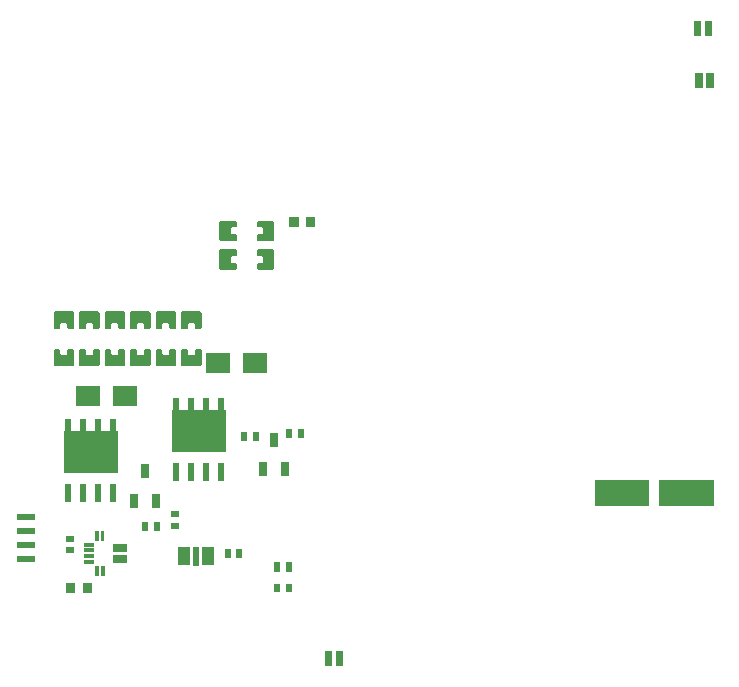
<source format=gtp>
G04 Layer: TopPasteMaskLayer*
G04 EasyEDA v6.4.25, 2021-09-19T11:37:02+02:00*
G04 64e9d69745c74d7bbaee3c671462624f,10*
G04 Gerber Generator version 0.2*
G04 Scale: 100 percent, Rotated: No, Reflected: No *
G04 Dimensions in inches *
G04 leading zeros omitted , absolute positions ,3 integer and 6 decimal *
%FSLAX36Y36*%
%MOIN*%

%ADD20R,0.0197X0.0315*%
%ADD21R,0.0315X0.0197*%
%ADD25R,0.0591X0.0197*%
%ADD26R,0.0807X0.0650*%
%ADD27R,0.0394X0.0610*%
%ADD28R,0.0118X0.0335*%
%ADD29R,0.0335X0.0118*%
%ADD30R,0.0500X0.0315*%
%ADD32R,0.0236X0.0630*%
%ADD33R,0.1811X0.1417*%
%ADD34R,0.0276X0.0492*%

%LPD*%
G36*
X-1290080Y461540D02*
G01*
X-1294019Y457600D01*
X-1294019Y407000D01*
X-1290080Y403080D01*
X-1229920Y403080D01*
X-1225980Y407000D01*
X-1225980Y457600D01*
X-1229920Y461540D01*
X-1244500Y461540D01*
X-1248440Y457600D01*
X-1248440Y445600D01*
X-1252380Y441659D01*
X-1267620Y441659D01*
X-1271560Y445600D01*
X-1271560Y457600D01*
X-1275500Y461540D01*
G37*
G36*
X-1290080Y586920D02*
G01*
X-1294019Y583000D01*
X-1294019Y532400D01*
X-1290080Y528460D01*
X-1275500Y528460D01*
X-1271560Y532400D01*
X-1271560Y544400D01*
X-1267620Y548340D01*
X-1252380Y548340D01*
X-1248440Y544400D01*
X-1248440Y532400D01*
X-1244500Y528460D01*
X-1229920Y528460D01*
X-1225980Y532400D01*
X-1225980Y583000D01*
X-1229920Y586920D01*
G37*
G36*
X-738160Y794020D02*
G01*
X-742099Y790080D01*
X-742099Y729920D01*
X-738160Y725980D01*
X-687580Y725980D01*
X-683640Y729920D01*
X-683640Y744500D01*
X-687580Y748439D01*
X-699580Y748439D01*
X-703520Y752380D01*
X-703520Y767620D01*
X-699580Y771560D01*
X-687580Y771560D01*
X-683640Y775500D01*
X-683640Y790080D01*
X-687580Y794020D01*
G37*
G36*
X-612760Y794020D02*
G01*
X-616700Y790080D01*
X-616700Y775500D01*
X-612760Y771560D01*
X-600760Y771560D01*
X-596820Y767620D01*
X-596820Y752380D01*
X-600760Y748439D01*
X-612760Y748439D01*
X-616700Y744500D01*
X-616700Y729920D01*
X-612760Y725980D01*
X-562180Y725980D01*
X-558240Y729920D01*
X-558240Y790080D01*
X-562180Y794020D01*
G37*
G36*
X-738160Y889020D02*
G01*
X-742099Y885080D01*
X-742099Y824920D01*
X-738160Y820980D01*
X-687580Y820980D01*
X-683640Y824920D01*
X-683640Y839500D01*
X-687580Y843439D01*
X-699580Y843439D01*
X-703520Y847380D01*
X-703520Y862620D01*
X-699580Y866560D01*
X-687580Y866560D01*
X-683640Y870500D01*
X-683640Y885080D01*
X-687580Y889020D01*
G37*
G36*
X-612760Y889020D02*
G01*
X-616700Y885080D01*
X-616700Y870500D01*
X-612760Y866560D01*
X-600760Y866560D01*
X-596820Y862620D01*
X-596820Y847380D01*
X-600760Y843439D01*
X-612760Y843439D01*
X-616700Y839500D01*
X-616700Y824920D01*
X-612760Y820980D01*
X-562180Y820980D01*
X-558240Y824920D01*
X-558240Y885080D01*
X-562180Y889020D01*
G37*
G36*
X-950080Y461540D02*
G01*
X-954020Y457600D01*
X-954020Y407000D01*
X-950080Y403080D01*
X-889920Y403080D01*
X-885980Y407000D01*
X-885980Y457600D01*
X-889920Y461540D01*
X-904500Y461540D01*
X-908439Y457600D01*
X-908439Y445600D01*
X-912380Y441659D01*
X-927620Y441659D01*
X-931560Y445600D01*
X-931560Y457600D01*
X-935500Y461540D01*
G37*
G36*
X-950080Y586920D02*
G01*
X-954020Y583000D01*
X-954020Y532400D01*
X-950080Y528460D01*
X-935500Y528460D01*
X-931560Y532400D01*
X-931560Y544400D01*
X-927620Y548340D01*
X-912380Y548340D01*
X-908439Y544400D01*
X-908439Y532400D01*
X-904500Y528460D01*
X-889920Y528460D01*
X-885980Y532400D01*
X-885980Y583000D01*
X-889920Y586920D01*
G37*
G36*
X-1035080Y461540D02*
G01*
X-1039020Y457600D01*
X-1039020Y407000D01*
X-1035080Y403080D01*
X-974920Y403080D01*
X-970980Y407000D01*
X-970980Y457600D01*
X-974920Y461540D01*
X-989500Y461540D01*
X-993439Y457600D01*
X-993439Y445600D01*
X-997380Y441659D01*
X-1012620Y441659D01*
X-1016560Y445600D01*
X-1016560Y457600D01*
X-1020500Y461540D01*
G37*
G36*
X-1035080Y586920D02*
G01*
X-1039020Y583000D01*
X-1039020Y532400D01*
X-1035080Y528460D01*
X-1020500Y528460D01*
X-1016560Y532400D01*
X-1016560Y544400D01*
X-1012620Y548340D01*
X-997380Y548340D01*
X-993439Y544400D01*
X-993439Y532400D01*
X-989500Y528460D01*
X-974920Y528460D01*
X-970980Y532400D01*
X-970980Y583000D01*
X-974920Y586920D01*
G37*
G36*
X-1120080Y461540D02*
G01*
X-1124020Y457600D01*
X-1124020Y407000D01*
X-1120080Y403080D01*
X-1059920Y403080D01*
X-1055980Y407000D01*
X-1055980Y457600D01*
X-1059920Y461540D01*
X-1074500Y461540D01*
X-1078440Y457600D01*
X-1078440Y445600D01*
X-1082380Y441659D01*
X-1097620Y441659D01*
X-1101560Y445600D01*
X-1101560Y457600D01*
X-1105500Y461540D01*
G37*
G36*
X-1120080Y586920D02*
G01*
X-1124020Y583000D01*
X-1124020Y532400D01*
X-1120080Y528460D01*
X-1105500Y528460D01*
X-1101560Y532400D01*
X-1101560Y544400D01*
X-1097620Y548340D01*
X-1082380Y548340D01*
X-1078440Y544400D01*
X-1078440Y532400D01*
X-1074500Y528460D01*
X-1059920Y528460D01*
X-1055980Y532400D01*
X-1055980Y583000D01*
X-1059920Y586920D01*
G37*
G36*
X-1205080Y461540D02*
G01*
X-1209020Y457600D01*
X-1209020Y407000D01*
X-1205080Y403080D01*
X-1144920Y403080D01*
X-1140980Y407000D01*
X-1140980Y457600D01*
X-1144920Y461540D01*
X-1159500Y461540D01*
X-1163440Y457600D01*
X-1163440Y445600D01*
X-1167380Y441659D01*
X-1182620Y441659D01*
X-1186560Y445600D01*
X-1186560Y457600D01*
X-1190500Y461540D01*
G37*
G36*
X-1205080Y586920D02*
G01*
X-1209020Y583000D01*
X-1209020Y532400D01*
X-1205080Y528460D01*
X-1190500Y528460D01*
X-1186560Y532400D01*
X-1186560Y544400D01*
X-1182620Y548340D01*
X-1167380Y548340D01*
X-1163440Y544400D01*
X-1163440Y532400D01*
X-1159500Y528460D01*
X-1144920Y528460D01*
X-1140980Y532400D01*
X-1140980Y583000D01*
X-1144920Y586920D01*
G37*
G36*
X-865080Y461540D02*
G01*
X-869020Y457600D01*
X-869020Y407000D01*
X-865080Y403080D01*
X-804920Y403080D01*
X-800980Y407000D01*
X-800980Y457600D01*
X-804920Y461540D01*
X-819500Y461540D01*
X-823439Y457600D01*
X-823439Y445600D01*
X-827380Y441659D01*
X-842620Y441659D01*
X-846560Y445600D01*
X-846560Y457600D01*
X-850500Y461540D01*
G37*
G36*
X-865080Y586920D02*
G01*
X-869020Y583000D01*
X-869020Y532400D01*
X-865080Y528460D01*
X-850500Y528460D01*
X-846560Y532400D01*
X-846560Y544400D01*
X-842620Y548340D01*
X-827380Y548340D01*
X-823439Y544400D01*
X-823439Y532400D01*
X-819500Y528460D01*
X-804920Y528460D01*
X-800980Y532400D01*
X-800980Y583000D01*
X-804920Y586920D01*
G37*
G36*
X-829843Y-199488D02*
G01*
X-810156Y-199488D01*
X-810156Y-260511D01*
X-829843Y-260511D01*
G37*
G36*
X509449Y23306D02*
G01*
X690550Y23306D01*
X690550Y-63306D01*
X509449Y-63306D01*
G37*
G36*
X724449Y23306D02*
G01*
X905550Y23306D01*
X905550Y-63306D01*
X724449Y-63306D01*
G37*
G36*
X-480156Y195747D02*
G01*
X-460471Y195747D01*
X-460471Y164252D01*
X-480156Y164252D01*
G37*
G36*
X-519526Y195747D02*
G01*
X-499841Y195747D01*
X-499841Y164252D01*
X-519526Y164252D01*
G37*
D21*
G01*
X-1240001Y-209690D03*
G01*
X-1240001Y-170320D03*
G36*
X-453360Y902716D02*
G01*
X-421863Y902716D01*
X-421863Y867283D01*
X-453360Y867283D01*
G37*
G36*
X-508478Y902716D02*
G01*
X-476981Y902716D01*
X-476981Y867283D01*
X-508478Y867283D01*
G37*
G36*
X-520156Y-249252D02*
G01*
X-500471Y-249252D01*
X-500471Y-280747D01*
X-520156Y-280747D01*
G37*
G36*
X-559526Y-249252D02*
G01*
X-539841Y-249252D01*
X-539841Y-280747D01*
X-559526Y-280747D01*
G37*
D20*
G01*
X-549681Y-335000D03*
G01*
X-510311Y-335000D03*
G36*
X-685156Y-204252D02*
G01*
X-665471Y-204252D01*
X-665471Y-235747D01*
X-685156Y-235747D01*
G37*
G36*
X-724526Y-204252D02*
G01*
X-704841Y-204252D01*
X-704841Y-235747D01*
X-724526Y-235747D01*
G37*
D25*
G01*
X-1385001Y-240000D03*
G01*
X-1385001Y-193330D03*
G01*
X-1385001Y-146669D03*
G01*
X-1385001Y-100000D03*
D26*
G01*
X-1180001Y305000D03*
G01*
X-1057951Y305000D03*
G01*
X-745001Y415000D03*
G01*
X-622951Y415000D03*
G36*
X-960156Y-114252D02*
G01*
X-940471Y-114252D01*
X-940471Y-145747D01*
X-960156Y-145747D01*
G37*
G36*
X-999526Y-114252D02*
G01*
X-979841Y-114252D01*
X-979841Y-145747D01*
X-999526Y-145747D01*
G37*
G36*
X-630156Y185747D02*
G01*
X-610471Y185747D01*
X-610471Y154252D01*
X-630156Y154252D01*
G37*
G36*
X-669526Y185747D02*
G01*
X-649841Y185747D01*
X-649841Y154252D01*
X-669526Y154252D01*
G37*
D21*
G01*
X-890001Y-90309D03*
G01*
X-890001Y-129679D03*
D27*
G01*
X-859371Y-230000D03*
G01*
X-780631Y-230000D03*
D28*
G01*
X-1130900Y-277089D03*
G01*
X-1150590Y-277089D03*
D29*
G01*
X-1178150Y-249529D03*
G01*
X-1178150Y-229839D03*
G01*
X-1178150Y-210160D03*
G01*
X-1178150Y-190470D03*
G36*
X-1156496Y-146181D02*
G01*
X-1144684Y-146181D01*
X-1144684Y-179645D01*
X-1156496Y-179645D01*
G37*
G36*
X-1136811Y-146181D02*
G01*
X-1125000Y-146181D01*
X-1125000Y-179645D01*
X-1136811Y-179645D01*
G37*
D30*
G01*
X-1071850Y-200320D03*
G01*
X-1071850Y-239690D03*
G36*
X-1198188Y-317283D02*
G01*
X-1166692Y-317283D01*
X-1166692Y-352716D01*
X-1198188Y-352716D01*
G37*
G36*
X-1253306Y-317283D02*
G01*
X-1221811Y-317283D01*
X-1221811Y-352716D01*
X-1253306Y-352716D01*
G37*
G36*
X844529Y1380000D02*
G01*
X869529Y1380000D01*
X869529Y1330000D01*
X844529Y1330000D01*
G37*
G36*
X880528Y1380000D02*
G01*
X905528Y1380000D01*
X905528Y1330000D01*
X880528Y1330000D01*
G37*
G36*
X839529Y1555000D02*
G01*
X864529Y1555000D01*
X864529Y1505000D01*
X839529Y1505000D01*
G37*
G36*
X875528Y1555000D02*
G01*
X900528Y1555000D01*
X900528Y1505000D01*
X875528Y1505000D01*
G37*
G36*
X-390470Y-545000D02*
G01*
X-365470Y-545000D01*
X-365470Y-595000D01*
X-390470Y-595000D01*
G37*
G36*
X-354471Y-545000D02*
G01*
X-329471Y-545000D01*
X-329471Y-595000D01*
X-354471Y-595000D01*
G37*
D32*
G01*
X-1095001Y197500D03*
G01*
X-1145001Y197500D03*
G01*
X-1195001Y197500D03*
G01*
X-1245001Y197500D03*
G01*
X-1095001Y-17500D03*
G01*
X-1145001Y-17500D03*
G01*
X-1195001Y-17500D03*
G01*
X-1245001Y-17500D03*
D33*
G01*
X-1170001Y117500D03*
D32*
G01*
X-735001Y267500D03*
G01*
X-785001Y267500D03*
G01*
X-835001Y267500D03*
G01*
X-885001Y267500D03*
G01*
X-735001Y52500D03*
G01*
X-785001Y52500D03*
G01*
X-835001Y52500D03*
G01*
X-885001Y52500D03*
D33*
G01*
X-810001Y187500D03*
D34*
G01*
X-560001Y159200D03*
G01*
X-522601Y60799D03*
G01*
X-597400Y60799D03*
G01*
X-990001Y54200D03*
G01*
X-952601Y-44200D03*
G01*
X-1027400Y-44200D03*
M02*

</source>
